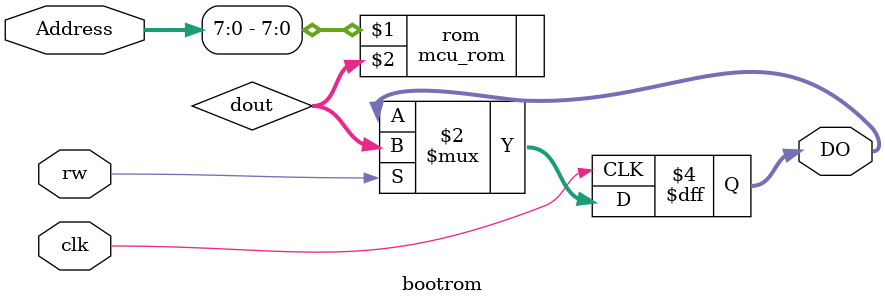
<source format=v>
module bootrom (
	input wire clk,
	input wire [15:0] Address,
	output reg[7:0] DO,
	input wire rw
);

wire [7:0] dout;

always @ (posedge clk)
begin
	if (rw) begin
		DO <= dout;
	end
end

mcu_rom rom(Address[7:0], dout);

endmodule

</source>
